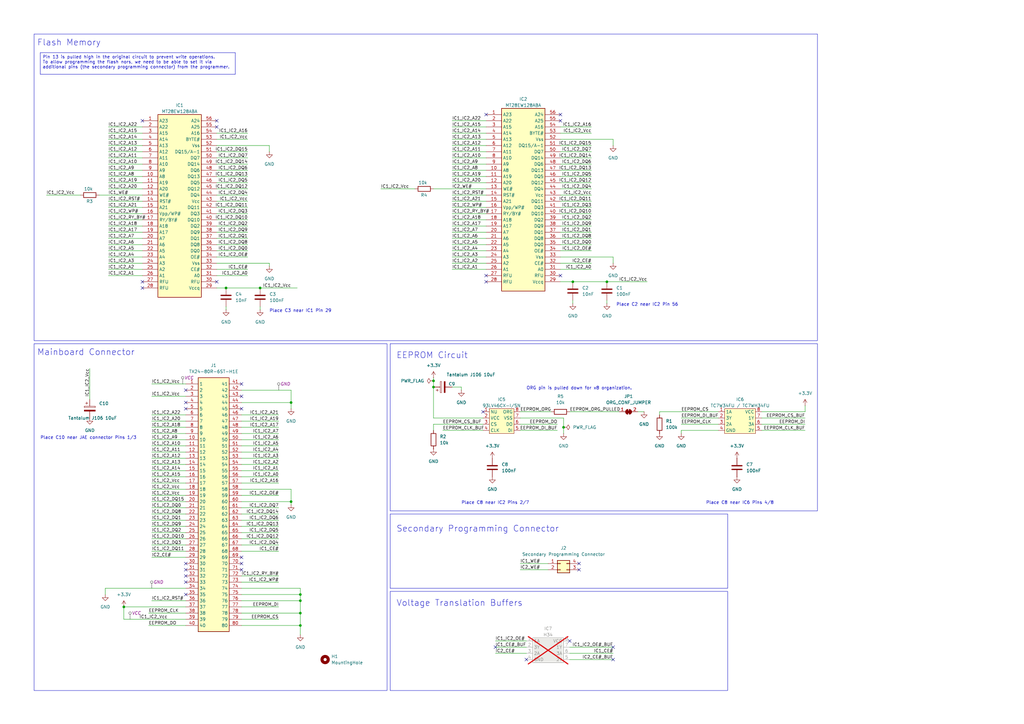
<source format=kicad_sch>
(kicad_sch (version 20231120) (generator "eeschema") (generator_version "8.0")
  (paper "A3")
  (title_block (title "SRX Clone Card") (date "2023-12-02") (rev "0.1"))
  (lib_symbols
    (symbol "Connector_Generic:Conn_02x02_Counter_Clockwise" (pin_names (offset 1.016) hide)
      (property "Reference" "J" (at 1.27 2.54 0))
      (property "Value" "Conn_02x02_Counter_Clockwise" (at 1.27 -5.08 0))
      (symbol "Conn_02x02_Counter_Clockwise_1_1"
        (pin passive line (at -5.08 0 0) (length 3.81) (name "Pin_1") (number "1"))
        (pin passive line (at -5.08 -2.54 0) (length 3.81) (name "Pin_2") (number "2"))
        (pin passive line (at 7.62 -2.54 180) (length 3.81) (name "Pin_3") (number "3"))
        (pin passive line (at 7.62 0 180) (length 3.81) (name "Pin_4") (number "4"))
      )
    )
    (symbol "Device:C" (pin_numbers hide) (pin_names (offset 0.254))
      (property "Reference" "C" (at 0.635 2.54 0))
      (property "Value" "C" (at 0.635 -2.54 0))
      (symbol "C_1_1"
        (pin passive line (at 0 3.81 270) (length 2.794) (name "~") (number "1"))
        (pin passive line (at 0 -3.81 90) (length 2.794) (name "~") (number "2"))
      )
    )
    (symbol "Device:C_Polarized" (pin_numbers hide) (pin_names (offset 0.254))
      (property "Reference" "C" (at 0.635 2.54 0))
      (property "Value" "C_Polarized" (at 0.635 -2.54 0))
      (symbol "C_Polarized_1_1"
        (pin passive line (at 0 3.81 270) (length 2.794) (name "~") (number "1"))
        (pin passive line (at 0 -3.81 90) (length 2.794) (name "~") (number "2"))
      )
    )
    (symbol "Device:R" (pin_numbers hide) (pin_names (offset 0))
      (property "Reference" "R" (at 2.032 0 90))
      (property "Value" "R" (at 0 0 90))
      (symbol "R_1_1"
        (pin passive line (at 0 3.81 270) (length 1.27) (name "~") (number "1"))
        (pin passive line (at 0 -3.81 90) (length 1.27) (name "~") (number "2"))
      )
    )
    (symbol "Jumper:SolderJumper_2_Bridged" (pin_names (offset 0) hide)
      (property "Reference" "JP" (at 0 2.032 0))
      (property "Value" "SolderJumper_2_Bridged" (at 0 -2.54 0))
      (symbol "SolderJumper_2_Bridged_1_1"
        (pin passive line (at -3.81 0 0) (length 2.54) (name "A") (number "1"))
        (pin passive line (at 3.81 0 180) (length 2.54) (name "B") (number "2"))
      )
    )
    (symbol "Mechanical:MountingHole" (pin_names (offset 1.016))
      (property "Reference" "H" (at 0 5.08 0))
      (property "Value" "MountingHole" (at 0 3.175 0))
    )
    (symbol "power:+3.3V" (power) (pin_numbers hide) (pin_names (offset 0) hide)
      (property "Value" "+3.3V" (at 0 3.556 0))
      (symbol "+3.3V_1_1"
        (pin power_in line (at 0 0 90) (length 0) (name "~") (number "1"))
      )
    )
    (symbol "power:GND" (power) (pin_numbers hide) (pin_names (offset 0) hide)
      (property "Value" "GND" (at 0 -3.81 0))
      (symbol "GND_1_1"
        (pin power_in line (at 0 0 270) (length 0) (name "~") (number "1"))
      )
    )
    (symbol "power:PWR_FLAG" (power) (pin_numbers hide) (pin_names (offset 0) hide)
      (property "Value" "PWR_FLAG" (at 0 3.81 0))
      (symbol "PWR_FLAG_0_0"
        (pin power_out line (at 0 0 90) (length 0) (name "~") (number "1"))
      )
    )
    (symbol "srx-extras:LC46-rotated-soic"
      (property "Reference" "U" (at 0 5.08 0))
      (symbol "LC46-rotated-soic_1_1"
        (pin input line (at -7.62 2.54 0) (length 2.54) (name "NU") (number "1"))
        (pin power_in line (at -7.62 0 0) (length 2.54) (name "VCC") (number "2"))
        (pin input line (at -7.62 -2.54 0) (length 2.54) (name "CS") (number "3"))
        (pin input line (at -7.62 -5.08 0) (length 2.54) (name "CLK") (number "4"))
        (pin input line (at 7.62 -5.08 180) (length 2.54) (name "DI") (number "5"))
        (pin output line (at 7.62 -2.54 180) (length 2.54) (name "DO") (number "6"))
        (pin power_in line (at 7.62 0 180) (length 2.54) (name "VSS") (number "7"))
        (pin input line (at 7.62 2.54 180) (length 2.54) (name "ORG") (number "8"))
      )
    )
    (symbol "srx-extras:MT28EW128ABA"
      (property "Reference" "U" (at 0 0 0))
      (symbol "MT28EW128ABA_1_1"
        (pin input line (at -15.24 21.59 0) (length 6.35) (name "A23") (number "1"))
        (pin input line (at -15.24 -1.27 0) (length 6.35) (name "A8") (number "10"))
        (pin input line (at -15.24 -3.81 0) (length 6.35) (name "A19") (number "11"))
        (pin input line (at -15.24 -6.35 0) (length 6.35) (name "A20") (number "12"))
        (pin input line (at -15.24 -8.89 0) (length 6.35) (name "WE#") (number "13"))
        (pin input line (at -15.24 -11.43 0) (length 6.35) (name "RST#") (number "14"))
        (pin input line (at -15.24 -13.97 0) (length 6.35) (name "A21") (number "15"))
        (pin input line (at -15.24 -16.51 0) (length 6.35) (name "Vpp/WP#") (number "16"))
        (pin input line (at -15.24 -19.05 0) (length 6.35) (name "RY/BY#") (number "17"))
        (pin input line (at -15.24 -21.59 0) (length 6.35) (name "A18") (number "18"))
        (pin input line (at -15.24 -24.13 0) (length 6.35) (name "A17") (number "19"))
        (pin input line (at -15.24 19.05 0) (length 6.35) (name "A22") (number "2"))
        (pin input line (at -15.24 -26.67 0) (length 6.35) (name "A7") (number "20"))
        (pin input line (at -15.24 -29.21 0) (length 6.35) (name "A6") (number "21"))
        (pin input line (at -15.24 -31.75 0) (length 6.35) (name "A5") (number "22"))
        (pin input line (at -15.24 -34.29 0) (length 6.35) (name "A4") (number "23"))
        (pin input line (at -15.24 -36.83 0) (length 6.35) (name "A3") (number "24"))
        (pin input line (at -15.24 -39.37 0) (length 6.35) (name "A2") (number "25"))
        (pin input line (at -15.24 -41.91 0) (length 6.35) (name "A1") (number "26"))
        (pin input line (at -15.24 -44.45 0) (length 6.35) (name "RFU") (number "27"))
        (pin input line (at -15.24 -46.99 0) (length 6.35) (name "RFU") (number "28"))
        (pin power_in line (at 15.24 -46.99 180) (length 6.35) (name "Vccq") (number "29"))
        (pin input line (at -15.24 16.51 0) (length 6.35) (name "A15") (number "3"))
        (pin input line (at 15.24 -44.45 180) (length 6.35) (name "RFU") (number "30"))
        (pin input line (at 15.24 -41.91 180) (length 6.35) (name "A0") (number "31"))
        (pin input line (at 15.24 -39.37 180) (length 6.35) (name "CE#") (number "32"))
        (pin power_in line (at 15.24 -36.83 180) (length 6.35) (name "Vss") (number "33"))
        (pin input line (at 15.24 -34.29 180) (length 6.35) (name "OE#") (number "34"))
        (pin bidirectional line (at 15.24 -31.75 180) (length 6.35) (name "DQ0") (number "35"))
        (pin bidirectional line (at 15.24 -29.21 180) (length 6.35) (name "DQ8") (number "36"))
        (pin bidirectional line (at 15.24 -26.67 180) (length 6.35) (name "DQ1") (number "37"))
        (pin bidirectional line (at 15.24 -24.13 180) (length 6.35) (name "DQ9") (number "38"))
        (pin bidirectional line (at 15.24 -21.59 180) (length 6.35) (name "DQ2") (number "39"))
        (pin input line (at -15.24 13.97 0) (length 6.35) (name "A14") (number "4"))
        (pin bidirectional line (at 15.24 -19.05 180) (length 6.35) (name "DQ10") (number "40"))
        (pin bidirectional line (at 15.24 -16.51 180) (length 6.35) (name "DQ3") (number "41"))
        (pin bidirectional line (at 15.24 -13.97 180) (length 6.35) (name "DQ11") (number "42"))
        (pin power_in line (at 15.24 -11.43 180) (length 6.35) (name "Vcc") (number "43"))
        (pin bidirectional line (at 15.24 -8.89 180) (length 6.35) (name "DQ4") (number "44"))
        (pin bidirectional line (at 15.24 -6.35 180) (length 6.35) (name "DQ12") (number "45"))
        (pin bidirectional line (at 15.24 -3.81 180) (length 6.35) (name "DQ5") (number "46"))
        (pin bidirectional line (at 15.24 -1.27 180) (length 6.35) (name "DQ13") (number "47"))
        (pin bidirectional line (at 15.24 1.27 180) (length 6.35) (name "DQ6") (number "48"))
        (pin bidirectional line (at 15.24 3.81 180) (length 6.35) (name "DQ14") (number "49"))
        (pin input line (at -15.24 11.43 0) (length 6.35) (name "A13") (number "5"))
        (pin bidirectional line (at 15.24 6.35 180) (length 6.35) (name "DQ7") (number "50"))
        (pin bidirectional line (at 15.24 8.89 180) (length 6.35) (name "DQ15/A-1") (number "51"))
        (pin power_in line (at 15.24 11.43 180) (length 6.35) (name "Vss") (number "52"))
        (pin input line (at 15.24 13.97 180) (length 6.35) (name "BYTE#") (number "53"))
        (pin input line (at 15.24 16.51 180) (length 6.35) (name "A16") (number "54"))
        (pin input line (at 15.24 19.05 180) (length 6.35) (name "A25") (number "55"))
        (pin input line (at 15.24 21.59 180) (length 6.35) (name "A24") (number "56"))
        (pin input line (at -15.24 8.89 0) (length 6.35) (name "A12") (number "6"))
        (pin input line (at -15.24 6.35 0) (length 6.35) (name "A11") (number "7"))
        (pin input line (at -15.24 3.81 0) (length 6.35) (name "A10") (number "8"))
        (pin input line (at -15.24 1.27 0) (length 6.35) (name "A9") (number "9"))
      )
    )
    (symbol "srx-extras:TC7W34FU"
      (property "Reference" "U" (at 0 5.08 0))
      (symbol "TC7W34FU_1_1"
        (pin input line (at -8.89 2.54 0) (length 2.54) (name "1A") (number "1"))
        (pin output line (at -8.89 0 0) (length 2.54) (name "3Y") (number "2"))
        (pin input line (at -8.89 -2.54 0) (length 2.54) (name "2A") (number "3"))
        (pin power_in line (at -8.89 -5.08 0) (length 2.54) (name "GND") (number "4"))
        (pin output line (at 8.89 -5.08 180) (length 2.54) (name "2Y") (number "5"))
        (pin input line (at 8.89 -2.54 180) (length 2.54) (name "3A") (number "6"))
        (pin output line (at 8.89 0 180) (length 2.54) (name "1Y") (number "7"))
        (pin power_in line (at 8.89 2.54 180) (length 2.54) (name "VCC") (number "8"))
      )
    )
    (symbol "srx-extras:TX24-80R-6ST-H1E"
      (property "Reference" "J" (at 19.05 7.62 0))
      (property "Value" "TX24-80R-6ST-H1E" (at 19.05 5.08 0))
      (symbol "TX24-80R-6ST-H1E_1_1"
        (pin passive line (at 0 0 0) (length 5.08) (name "1") (number "1"))
        (pin passive line (at 0 -22.86 0) (length 5.08) (name "10") (number "10"))
        (pin passive line (at 0 -25.4 0) (length 5.08) (name "11") (number "11"))
        (pin passive line (at 0 -27.94 0) (length 5.08) (name "12") (number "12"))
        (pin passive line (at 0 -30.48 0) (length 5.08) (name "13") (number "13"))
        (pin passive line (at 0 -33.02 0) (length 5.08) (name "14") (number "14"))
        (pin passive line (at 0 -35.56 0) (length 5.08) (name "15") (number "15"))
        (pin passive line (at 0 -38.1 0) (length 5.08) (name "16") (number "16"))
        (pin passive line (at 0 -40.64 0) (length 5.08) (name "17") (number "17"))
        (pin passive line (at 0 -43.18 0) (length 5.08) (name "18") (number "18"))
        (pin passive line (at 0 -45.72 0) (length 5.08) (name "19") (number "19"))
        (pin passive line (at 0 -2.54 0) (length 5.08) (name "2") (number "2"))
        (pin passive line (at 0 -48.26 0) (length 5.08) (name "20") (number "20"))
        (pin passive line (at 0 -50.8 0) (length 5.08) (name "21") (number "21"))
        (pin passive line (at 0 -53.34 0) (length 5.08) (name "22") (number "22"))
        (pin passive line (at 0 -55.88 0) (length 5.08) (name "23") (number "23"))
        (pin passive line (at 0 -58.42 0) (length 5.08) (name "24") (number "24"))
        (pin passive line (at 0 -60.96 0) (length 5.08) (name "25") (number "25"))
        (pin passive line (at 0 -63.5 0) (length 5.08) (name "26") (number "26"))
        (pin passive line (at 0 -66.04 0) (length 5.08) (name "27") (number "27"))
        (pin passive line (at 0 -68.58 0) (length 5.08) (name "28") (number "28"))
        (pin passive line (at 0 -71.12 0) (length 5.08) (name "29") (number "29"))
        (pin passive line (at 0 -5.08 0) (length 5.08) (name "3") (number "3"))
        (pin passive line (at 0 -73.66 0) (length 5.08) (name "30") (number "30"))
        (pin passive line (at 0 -76.2 0) (length 5.08) (name "31") (number "31"))
        (pin passive line (at 0 -78.74 0) (length 5.08) (name "32") (number "32"))
        (pin passive line (at 0 -81.28 0) (length 5.08) (name "33") (number "33"))
        (pin passive line (at 0 -83.82 0) (length 5.08) (name "34") (number "34"))
        (pin passive line (at 0 -86.36 0) (length 5.08) (name "35") (number "35"))
        (pin passive line (at 0 -88.9 0) (length 5.08) (name "36") (number "36"))
        (pin passive line (at 0 -91.44 0) (length 5.08) (name "37") (number "37"))
        (pin passive line (at 0 -93.98 0) (length 5.08) (name "38") (number "38"))
        (pin passive line (at 0 -96.52 0) (length 5.08) (name "39") (number "39"))
        (pin passive line (at 0 -7.62 0) (length 5.08) (name "4") (number "4"))
        (pin passive line (at 0 -99.06 0) (length 5.08) (name "40") (number "40"))
        (pin passive line (at 22.86 0 180) (length 5.08) (name "41") (number "41"))
        (pin passive line (at 22.86 -2.54 180) (length 5.08) (name "42") (number "42"))
        (pin passive line (at 22.86 -5.08 180) (length 5.08) (name "43") (number "43"))
        (pin passive line (at 22.86 -7.62 180) (length 5.08) (name "44") (number "44"))
        (pin passive line (at 22.86 -10.16 180) (length 5.08) (name "45") (number "45"))
        (pin passive line (at 22.86 -12.7 180) (length 5.08) (name "46") (number "46"))
        (pin passive line (at 22.86 -15.24 180) (length 5.08) (name "47") (number "47"))
        (pin passive line (at 22.86 -17.78 180) (length 5.08) (name "48") (number "48"))
        (pin passive line (at 22.86 -20.32 180) (length 5.08) (name "49") (number "49"))
        (pin passive line (at 0 -10.16 0) (length 5.08) (name "5") (number "5"))
        (pin passive line (at 22.86 -22.86 180) (length 5.08) (name "50") (number "50"))
        (pin passive line (at 22.86 -25.4 180) (length 5.08) (name "51") (number "51"))
        (pin passive line (at 22.86 -27.94 180) (length 5.08) (name "52") (number "52"))
        (pin passive line (at 22.86 -30.48 180) (length 5.08) (name "53") (number "53"))
        (pin passive line (at 22.86 -33.02 180) (length 5.08) (name "54") (number "54"))
        (pin passive line (at 22.86 -35.56 180) (length 5.08) (name "55") (number "55"))
        (pin passive line (at 22.86 -38.1 180) (length 5.08) (name "56") (number "56"))
        (pin passive line (at 22.86 -40.64 180) (length 5.08) (name "57") (number "57"))
        (pin passive line (at 22.86 -43.18 180) (length 5.08) (name "58") (number "58"))
        (pin passive line (at 22.86 -45.72 180) (length 5.08) (name "59") (number "59"))
        (pin passive line (at 0 -12.7 0) (length 5.08) (name "6") (number "6"))
        (pin passive line (at 22.86 -48.26 180) (length 5.08) (name "60") (number "60"))
        (pin passive line (at 22.86 -50.8 180) (length 5.08) (name "61") (number "61"))
        (pin passive line (at 22.86 -53.34 180) (length 5.08) (name "62") (number "62"))
        (pin passive line (at 22.86 -55.88 180) (length 5.08) (name "63") (number "63"))
        (pin passive line (at 22.86 -58.42 180) (length 5.08) (name "64") (number "64"))
        (pin passive line (at 22.86 -60.96 180) (length 5.08) (name "65") (number "65"))
        (pin passive line (at 22.86 -63.5 180) (length 5.08) (name "66") (number "66"))
        (pin passive line (at 22.86 -66.04 180) (length 5.08) (name "67") (number "67"))
        (pin passive line (at 22.86 -68.58 180) (length 5.08) (name "68") (number "68"))
        (pin passive line (at 22.86 -71.12 180) (length 5.08) (name "69") (number "69"))
        (pin passive line (at 0 -15.24 0) (length 5.08) (name "7") (number "7"))
        (pin passive line (at 22.86 -73.66 180) (length 5.08) (name "70") (number "70"))
        (pin passive line (at 22.86 -76.2 180) (length 5.08) (name "71") (number "71"))
        (pin passive line (at 22.86 -78.74 180) (length 5.08) (name "72") (number "72"))
        (pin passive line (at 22.86 -81.28 180) (length 5.08) (name "73") (number "73"))
        (pin passive line (at 22.86 -83.82 180) (length 5.08) (name "74") (number "74"))
        (pin passive line (at 22.86 -86.36 180) (length 5.08) (name "75") (number "75"))
        (pin passive line (at 22.86 -88.9 180) (length 5.08) (name "76") (number "76"))
        (pin passive line (at 22.86 -91.44 180) (length 5.08) (name "77") (number "77"))
        (pin passive line (at 22.86 -93.98 180) (length 5.08) (name "78") (number "78"))
        (pin passive line (at 22.86 -96.52 180) (length 5.08) (name "79") (number "79"))
        (pin passive line (at 0 -17.78 0) (length 5.08) (name "8") (number "8"))
        (pin passive line (at 22.86 -99.06 180) (length 5.08) (name "80") (number "80"))
        (pin passive line (at 0 -20.32 0) (length 5.08) (name "9") (number "9"))
      )
    )
  )
  (junction (at 123.19 243.84))
  (junction (at 177.8 156.21))
  (junction (at 177.8 158.75))
  (junction (at 248.92 115.57))
  (junction (at 234.95 115.57))
  (junction (at 92.71 118.11))
  (junction (at 50.8 248.92))
  (junction (at 106.68 118.11))
  (junction (at 231.14 175.26))
  (junction (at 123.19 251.46))
  (junction (at 123.19 256.54))
  (junction (at 119.38 165.1))
  (junction (at 119.38 205.74))
  (junction (at 123.19 246.38))
  (no_connect (at 88.9 49.53))
  (no_connect (at 76.2 238.76))
  (no_connect (at 251.46 265.43))
  (no_connect (at 99.06 162.56))
  (no_connect (at 76.2 165.1))
  (no_connect (at 88.9 115.57))
  (no_connect (at 76.2 243.84))
  (no_connect (at 76.2 233.68))
  (no_connect (at 99.06 231.14))
  (no_connect (at 203.2 265.43))
  (no_connect (at 76.2 167.64))
  (no_connect (at 58.42 115.57))
  (no_connect (at 76.2 236.22))
  (no_connect (at 99.06 167.64))
  (no_connect (at 229.87 46.99))
  (no_connect (at 229.87 113.03))
  (no_connect (at 76.2 231.14))
  (no_connect (at 58.42 49.53))
  (no_connect (at 199.39 113.03))
  (no_connect (at 199.39 46.99))
  (no_connect (at 199.39 115.57))
  (no_connect (at 99.06 233.68))
  (no_connect (at 99.06 157.48))
  (no_connect (at 76.2 160.02))
  (no_connect (at 251.46 270.51))
  (no_connect (at 198.12 168.91))
  (no_connect (at 99.06 228.6))
  (no_connect (at 237.49 233.68))
  (no_connect (at 229.87 49.53))
  (no_connect (at 233.68 262.89))
  (no_connect (at 237.49 231.14))
  (no_connect (at 58.42 118.11))
  (no_connect (at 88.9 52.07))
  (no_connect (at 215.9 270.51))
  (wire (pts (xy 229.87 74.93) (xy 242.57 74.93)))
  (wire (pts (xy 62.23 177.8) (xy 76.2 177.8)))
  (wire (pts (xy 229.87 87.63) (xy 242.57 87.63)))
  (wire (pts (xy 213.36 231.14) (xy 224.79 231.14)))
  (wire (pts (xy 92.71 125.73) (xy 92.71 127)))
  (wire (pts (xy 185.42 90.17) (xy 199.39 90.17)))
  (wire (pts (xy 62.23 226.06) (xy 76.2 226.06)))
  (wire (pts (xy 44.45 57.15) (xy 58.42 57.15)))
  (wire (pts (xy 62.23 198.12) (xy 76.2 198.12)))
  (wire (pts (xy 99.06 193.04) (xy 114.3 193.04)))
  (wire (pts (xy 88.9 85.09) (xy 101.6 85.09)))
  (wire (pts (xy 185.42 49.53) (xy 199.39 49.53)))
  (wire (pts (xy 185.42 64.77) (xy 199.39 64.77)))
  (wire (pts (xy 185.42 82.55) (xy 199.39 82.55)))
  (wire (pts (xy 185.42 54.61) (xy 199.39 54.61)))
  (wire (pts (xy 99.06 256.54) (xy 123.19 256.54)))
  (wire (pts (xy 229.87 102.87) (xy 242.57 102.87)))
  (wire (pts (xy 88.9 69.85) (xy 101.6 69.85)))
  (wire (pts (xy 44.45 110.49) (xy 58.42 110.49)))
  (wire (pts (xy 99.06 205.74) (xy 119.38 205.74)))
  (wire (pts (xy 99.06 198.12) (xy 114.3 198.12)))
  (wire (pts (xy 312.42 176.53) (xy 330.2 176.53)))
  (wire (pts (xy 99.06 213.36) (xy 114.3 213.36)))
  (wire (pts (xy 156.21 77.47) (xy 170.18 77.47)))
  (wire (pts (xy 99.06 180.34) (xy 114.3 180.34)))
  (wire (pts (xy 185.42 62.23) (xy 199.39 62.23)))
  (wire (pts (xy 99.06 175.26) (xy 114.3 175.26)))
  (wire (pts (xy 229.87 64.77) (xy 242.57 64.77)))
  (wire (pts (xy 88.9 102.87) (xy 101.6 102.87)))
  (wire (pts (xy 213.36 171.45) (xy 231.14 171.45)))
  (wire (pts (xy 99.06 195.58) (xy 114.3 195.58)))
  (wire (pts (xy 185.42 92.71) (xy 199.39 92.71)))
  (wire (pts (xy 181.61 176.53) (xy 198.12 176.53)))
  (wire (pts (xy 279.4 171.45) (xy 294.64 171.45)))
  (wire (pts (xy 62.23 172.72) (xy 76.2 172.72)))
  (wire (pts (xy 185.42 85.09) (xy 199.39 85.09)))
  (wire (pts (xy 229.87 69.85) (xy 242.57 69.85)))
  (wire (pts (xy 189.23 158.75) (xy 185.42 158.75)))
  (wire (pts (xy 62.23 213.36) (xy 76.2 213.36)))
  (wire (pts (xy 99.06 248.92) (xy 114.3 248.92)))
  (wire (pts (xy 62.23 220.98) (xy 76.2 220.98)))
  (wire (pts (xy 99.06 215.9) (xy 114.3 215.9)))
  (wire (pts (xy 19.05 80.01) (xy 33.02 80.01)))
  (wire (pts (xy 99.06 246.38) (xy 123.19 246.38)))
  (wire (pts (xy 62.23 182.88) (xy 76.2 182.88)))
  (wire (pts (xy 88.9 77.47) (xy 101.6 77.47)))
  (wire (pts (xy 185.42 95.25) (xy 199.39 95.25)))
  (wire (pts (xy 99.06 203.2) (xy 114.3 203.2)))
  (wire (pts (xy 88.9 105.41) (xy 101.6 105.41)))
  (wire (pts (xy 233.68 265.43) (xy 251.46 265.43)))
  (wire (pts (xy 44.45 67.31) (xy 58.42 67.31)))
  (wire (pts (xy 36.83 151.13) (xy 36.83 163.83)))
  (wire (pts (xy 88.9 92.71) (xy 101.6 92.71)))
  (wire (pts (xy 88.9 67.31) (xy 101.6 67.31)))
  (wire (pts (xy 99.06 177.8) (xy 114.3 177.8)))
  (wire (pts (xy 88.9 72.39) (xy 101.6 72.39)))
  (wire (pts (xy 62.23 185.42) (xy 76.2 185.42)))
  (wire (pts (xy 119.38 160.02) (xy 119.38 165.1)))
  (wire (pts (xy 312.42 173.99) (xy 330.2 173.99)))
  (wire (pts (xy 229.87 52.07) (xy 242.57 52.07)))
  (wire (pts (xy 99.06 208.28) (xy 114.3 208.28)))
  (wire (pts (xy 251.46 57.15) (xy 251.46 59.69)))
  (wire (pts (xy 229.87 97.79) (xy 242.57 97.79)))
  (wire (pts (xy 233.68 270.51) (xy 251.46 270.51)))
  (wire (pts (xy 62.23 190.5) (xy 76.2 190.5)))
  (wire (pts (xy 185.42 52.07) (xy 199.39 52.07)))
  (wire (pts (xy 62.23 157.48) (xy 76.2 157.48)))
  (wire (pts (xy 88.9 110.49) (xy 101.6 110.49)))
  (wire (pts (xy 229.87 92.71) (xy 242.57 92.71)))
  (wire (pts (xy 88.9 95.25) (xy 101.6 95.25)))
  (wire (pts (xy 119.38 200.66) (xy 119.38 205.74)))
  (wire (pts (xy 198.12 171.45) (xy 177.8 171.45)))
  (wire (pts (xy 279.4 173.99) (xy 294.64 173.99)))
  (wire (pts (xy 203.2 265.43) (xy 215.9 265.43)))
  (wire (pts (xy 119.38 165.1) (xy 119.38 167.64)))
  (wire (pts (xy 294.64 176.53) (xy 279.4 176.53)))
  (wire (pts (xy 99.06 182.88) (xy 114.3 182.88)))
  (wire (pts (xy 44.45 100.33) (xy 58.42 100.33)))
  (wire (pts (xy 88.9 97.79) (xy 101.6 97.79)))
  (wire (pts (xy 88.9 100.33) (xy 101.6 100.33)))
  (wire (pts (xy 185.42 80.01) (xy 199.39 80.01)))
  (wire (pts (xy 177.8 173.99) (xy 198.12 173.99)))
  (wire (pts (xy 44.45 87.63) (xy 58.42 87.63)))
  (wire (pts (xy 213.36 173.99) (xy 228.6 173.99)))
  (wire (pts (xy 177.8 156.21) (xy 177.8 158.75)))
  (wire (pts (xy 229.87 82.55) (xy 242.57 82.55)))
  (wire (pts (xy 261.62 168.91) (xy 264.16 168.91)))
  (wire (pts (xy 123.19 256.54) (xy 123.19 260.35)))
  (wire (pts (xy 99.06 223.52) (xy 114.3 223.52)))
  (wire (pts (xy 234.95 115.57) (xy 248.92 115.57)))
  (wire (pts (xy 123.19 243.84) (xy 123.19 246.38)))
  (wire (pts (xy 44.45 97.79) (xy 58.42 97.79)))
  (wire (pts (xy 213.36 233.68) (xy 224.79 233.68)))
  (wire (pts (xy 88.9 74.93) (xy 101.6 74.93)))
  (wire (pts (xy 229.87 107.95) (xy 242.57 107.95)))
  (wire (pts (xy 123.19 251.46) (xy 123.19 256.54)))
  (wire (pts (xy 43.18 241.3) (xy 76.2 241.3)))
  (wire (pts (xy 99.06 226.06) (xy 114.3 226.06)))
  (wire (pts (xy 62.23 203.2) (xy 76.2 203.2)))
  (wire (pts (xy 177.8 77.47) (xy 199.39 77.47)))
  (wire (pts (xy 185.42 87.63) (xy 199.39 87.63)))
  (wire (pts (xy 88.9 107.95) (xy 110.49 107.95)))
  (wire (pts (xy 99.06 165.1) (xy 119.38 165.1)))
  (wire (pts (xy 44.45 59.69) (xy 58.42 59.69)))
  (wire (pts (xy 44.45 95.25) (xy 58.42 95.25)))
  (wire (pts (xy 185.42 59.69) (xy 199.39 59.69)))
  (wire (pts (xy 62.23 193.04) (xy 76.2 193.04)))
  (wire (pts (xy 44.45 102.87) (xy 58.42 102.87)))
  (wire (pts (xy 62.23 208.28) (xy 76.2 208.28)))
  (wire (pts (xy 185.42 67.31) (xy 199.39 67.31)))
  (wire (pts (xy 203.2 262.89) (xy 215.9 262.89)))
  (wire (pts (xy 213.36 176.53) (xy 228.6 176.53)))
  (wire (pts (xy 88.9 113.03) (xy 101.6 113.03)))
  (wire (pts (xy 62.23 246.38) (xy 76.2 246.38)))
  (wire (pts (xy 185.42 102.87) (xy 199.39 102.87)))
  (wire (pts (xy 229.87 80.01) (xy 242.57 80.01)))
  (wire (pts (xy 99.06 254) (xy 114.3 254)))
  (wire (pts (xy 213.36 168.91) (xy 226.06 168.91)))
  (wire (pts (xy 88.9 57.15) (xy 101.6 57.15)))
  (wire (pts (xy 185.42 72.39) (xy 199.39 72.39)))
  (wire (pts (xy 62.23 187.96) (xy 76.2 187.96)))
  (wire (pts (xy 229.87 67.31) (xy 242.57 67.31)))
  (wire (pts (xy 44.45 105.41) (xy 58.42 105.41)))
  (wire (pts (xy 312.42 171.45) (xy 330.2 171.45)))
  (wire (pts (xy 88.9 82.55) (xy 101.6 82.55)))
  (wire (pts (xy 99.06 170.18) (xy 114.3 170.18)))
  (wire (pts (xy 44.45 62.23) (xy 58.42 62.23)))
  (wire (pts (xy 44.45 92.71) (xy 58.42 92.71)))
  (wire (pts (xy 99.06 210.82) (xy 114.3 210.82)))
  (wire (pts (xy 229.87 115.57) (xy 234.95 115.57)))
  (wire (pts (xy 88.9 80.01) (xy 101.6 80.01)))
  (wire (pts (xy 110.49 59.69) (xy 110.49 62.23)))
  (wire (pts (xy 185.42 107.95) (xy 199.39 107.95)))
  (wire (pts (xy 62.23 195.58) (xy 76.2 195.58)))
  (wire (pts (xy 99.06 220.98) (xy 114.3 220.98)))
  (wire (pts (xy 330.2 168.91) (xy 330.2 166.37)))
  (wire (pts (xy 185.42 110.49) (xy 199.39 110.49)))
  (wire (pts (xy 44.45 54.61) (xy 58.42 54.61)))
  (wire (pts (xy 177.8 158.75) (xy 177.8 171.45)))
  (wire (pts (xy 44.45 74.93) (xy 58.42 74.93)))
  (wire (pts (xy 177.8 154.94) (xy 177.8 156.21)))
  (wire (pts (xy 60.96 256.54) (xy 76.2 256.54)))
  (wire (pts (xy 233.68 168.91) (xy 254 168.91)))
  (wire (pts (xy 119.38 205.74) (xy 119.38 207.01)))
  (wire (pts (xy 229.87 62.23) (xy 242.57 62.23)))
  (wire (pts (xy 99.06 187.96) (xy 114.3 187.96)))
  (wire (pts (xy 231.14 175.26) (xy 231.14 177.8)))
  (wire (pts (xy 229.87 85.09) (xy 242.57 85.09)))
  (wire (pts (xy 44.45 113.03) (xy 58.42 113.03)))
  (wire (pts (xy 99.06 236.22) (xy 114.3 236.22)))
  (wire (pts (xy 62.23 215.9) (xy 76.2 215.9)))
  (wire (pts (xy 99.06 190.5) (xy 114.3 190.5)))
  (wire (pts (xy 229.87 100.33) (xy 242.57 100.33)))
  (wire (pts (xy 99.06 185.42) (xy 114.3 185.42)))
  (wire (pts (xy 233.68 267.97) (xy 251.46 267.97)))
  (wire (pts (xy 251.46 105.41) (xy 251.46 107.95)))
  (wire (pts (xy 62.23 200.66) (xy 76.2 200.66)))
  (wire (pts (xy 88.9 90.17) (xy 101.6 90.17)))
  (wire (pts (xy 203.2 267.97) (xy 215.9 267.97)))
  (wire (pts (xy 88.9 59.69) (xy 110.49 59.69)))
  (wire (pts (xy 62.23 218.44) (xy 76.2 218.44)))
  (wire (pts (xy 189.23 160.02) (xy 189.23 158.75)))
  (wire (pts (xy 99.06 243.84) (xy 123.19 243.84)))
  (wire (pts (xy 62.23 223.52) (xy 76.2 223.52)))
  (wire (pts (xy 88.9 87.63) (xy 101.6 87.63)))
  (wire (pts (xy 44.45 52.07) (xy 58.42 52.07)))
  (wire (pts (xy 44.45 107.95) (xy 58.42 107.95)))
  (wire (pts (xy 92.71 118.11) (xy 106.68 118.11)))
  (wire (pts (xy 231.14 171.45) (xy 231.14 175.26)))
  (wire (pts (xy 44.45 82.55) (xy 58.42 82.55)))
  (wire (pts (xy 88.9 62.23) (xy 101.6 62.23)))
  (wire (pts (xy 44.45 64.77) (xy 58.42 64.77)))
  (wire (pts (xy 106.68 125.73) (xy 106.68 127)))
  (wire (pts (xy 99.06 251.46) (xy 123.19 251.46)))
  (wire (pts (xy 62.23 228.6) (xy 76.2 228.6)))
  (wire (pts (xy 229.87 77.47) (xy 242.57 77.47)))
  (wire (pts (xy 110.49 107.95) (xy 110.49 109.22)))
  (wire (pts (xy 44.45 85.09) (xy 58.42 85.09)))
  (wire (pts (xy 62.23 180.34) (xy 76.2 180.34)))
  (wire (pts (xy 106.68 118.11) (xy 121.92 118.11)))
  (wire (pts (xy 123.19 241.3) (xy 123.19 243.84)))
  (wire (pts (xy 62.23 175.26) (xy 76.2 175.26)))
  (wire (pts (xy 229.87 95.25) (xy 242.57 95.25)))
  (wire (pts (xy 229.87 57.15) (xy 251.46 57.15)))
  (wire (pts (xy 88.9 54.61) (xy 101.6 54.61)))
  (wire (pts (xy 50.8 248.92) (xy 50.8 254)))
  (wire (pts (xy 44.45 72.39) (xy 58.42 72.39)))
  (wire (pts (xy 62.23 205.74) (xy 76.2 205.74)))
  (wire (pts (xy 185.42 100.33) (xy 199.39 100.33)))
  (wire (pts (xy 60.96 251.46) (xy 76.2 251.46)))
  (wire (pts (xy 229.87 90.17) (xy 242.57 90.17)))
  (wire (pts (xy 229.87 54.61) (xy 242.57 54.61)))
  (wire (pts (xy 50.8 254) (xy 76.2 254)))
  (wire (pts (xy 229.87 110.49) (xy 242.57 110.49)))
  (wire (pts (xy 248.92 115.57) (xy 265.43 115.57)))
  (wire (pts (xy 88.9 118.11) (xy 92.71 118.11)))
  (wire (pts (xy 177.8 173.99) (xy 177.8 176.53)))
  (wire (pts (xy 185.42 105.41) (xy 199.39 105.41)))
  (wire (pts (xy 229.87 105.41) (xy 251.46 105.41)))
  (wire (pts (xy 62.23 162.56) (xy 76.2 162.56)))
  (wire (pts (xy 229.87 59.69) (xy 242.57 59.69)))
  (wire (pts (xy 99.06 238.76) (xy 114.3 238.76)))
  (wire (pts (xy 270.51 168.91) (xy 294.64 168.91)))
  (wire (pts (xy 99.06 218.44) (xy 114.3 218.44)))
  (wire (pts (xy 248.92 123.19) (xy 248.92 124.46)))
  (wire (pts (xy 123.19 246.38) (xy 123.19 251.46)))
  (wire (pts (xy 50.8 248.92) (xy 76.2 248.92)))
  (wire (pts (xy 279.4 176.53) (xy 279.4 177.8)))
  (wire (pts (xy 43.18 241.3) (xy 43.18 243.84)))
  (wire (pts (xy 99.06 160.02) (xy 119.38 160.02)))
  (wire (pts (xy 62.23 170.18) (xy 76.2 170.18)))
  (wire (pts (xy 44.45 69.85) (xy 58.42 69.85)))
  (wire (pts (xy 185.42 97.79) (xy 199.39 97.79)))
  (wire (pts (xy 312.42 168.91) (xy 330.2 168.91)))
  (wire (pts (xy 44.45 77.47) (xy 58.42 77.47)))
  (wire (pts (xy 185.42 69.85) (xy 199.39 69.85)))
  (wire (pts (xy 88.9 64.77) (xy 101.6 64.77)))
  (wire (pts (xy 62.23 210.82) (xy 76.2 210.82)))
  (wire (pts (xy 40.64 80.01) (xy 58.42 80.01)))
  (wire (pts (xy 185.42 57.15) (xy 199.39 57.15)))
  (wire (pts (xy 229.87 72.39) (xy 242.57 72.39)))
  (wire (pts (xy 99.06 241.3) (xy 123.19 241.3)))
  (wire (pts (xy 99.06 172.72) (xy 114.3 172.72)))
  (wire (pts (xy 185.42 74.93) (xy 199.39 74.93)))
  (wire (pts (xy 234.95 123.19) (xy 234.95 124.46)))
  (wire (pts (xy 44.45 90.17) (xy 58.42 90.17)))
  (wire (pts (xy 99.06 200.66) (xy 119.38 200.66)))
  (wire (pts (xy 270.51 168.91) (xy 270.51 170.18)))
  (rectangle (start 160.02 140.97) (end 335.28 209.55))
  (rectangle (start 13.97 140.97) (end 158.75 283.21))
  (rectangle (start 160.02 242.57) (end 298.45 283.21))
  (rectangle (start 160.02 210.82) (end 298.45 241.3))
  (rectangle (start 13.97 13.97) (end 335.28 139.7))
  (text_box "Pin 13 is pulled high in the original circuit to prevent write operations. \nTo allow programming the flash nors, we need to be able to set it via \nadditional pins (the secondary programming connector) from the programmer." (at 16.51 21.59 0) (size 80.01 8.89) (effects (font (size 1.27 1.27)) (justify left top)))
  (text "Flash Memory" (at 15.24 19.05 0) (effects (font (size 2.5 2.5)) (justify left bottom)))
  (text "Place C3 near IC1 Pin 29" (at 110.49 128.27 0) (effects (font (size 1.27 1.27)) (justify left bottom)))
  (text "Place C10 near JAE connector Pins 1/3" (at 16.51 180.34 0) (effects (font (size 1.27 1.27)) (justify left bottom)))
  (text "Place C2 near IC2 Pin 56" (at 252.73 125.73 0) (effects (font (size 1.27 1.27)) (justify left bottom)))
  (text "ORG pin is pulled down for x8 organization." (at 215.9 160.02 0) (effects (font (size 1.27 1.27)) (justify left bottom)))
  (text "Voltage Translation Buffers" (at 162.56 248.92 0) (effects (font (size 2.5 2.5)) (justify left bottom)))
  (text "EEPROM Circuit" (at 162.56 147.32 0) (effects (font (size 2.5 2.5)) (justify left bottom)))
  (text "Place C8 near IC6 Pins 4/8" (at 289.56 207.01 0) (effects (font (size 1.27 1.27)) (justify left bottom)))
  (text "Place C8 near IC2 Pins 2/7" (at 189.23 207.01 0) (effects (font (size 1.27 1.27)) (justify left bottom)))
  (text "Secondary Programming Connector" (at 162.56 218.44 0) (effects (font (size 2.5 2.5)) (justify left bottom)))
  (text "Mainboard Connector" (at 15.24 146.05 0) (effects (font (size 2.5 2.5)) (justify left bottom)))
  (label "IC1_IC2_A9" (at 62.23 180.34 0))
  (label "IC1_IC2_DQ15" (at 242.57 59.69 180))
  (label "IC1_IC2_A5" (at 114.3 182.88 180))
  (label "IC2_WE#" (at 185.42 77.47 0))
  (label "IC1_IC2_DQ12" (at 114.3 220.98 180))
  (label "IC1_IC2_A11" (at 44.45 64.77 0))
  (label "IC1_IC2_Vcc" (at 62.23 157.48 0))
  (label "IC1_IC2_A20" (at 185.42 74.93 0))
  (label "IC1_IC2_DQ2" (at 101.6 92.71 180))
  (label "IC1_IC2_DQ10" (at 242.57 87.63 180))
  (label "IC1_IC2_A2" (at 185.42 107.95 0))
  (label "IC1_IC2_Vcc" (at 36.83 151.13 270))
  (label "IC1_IC2_DQ15" (at 101.6 62.23 180))
  (label "IC1_IC2_DQ5" (at 114.3 218.44 180))
  (label "IC1_IC2_Vcc" (at 57.15 254 0))
  (label "IC1_IC2_RY_BY#" (at 44.45 90.17 0))
  (label "IC1_IC2_DQ0" (at 242.57 100.33 180))
  (label "IC1_IC2_A22" (at 185.42 49.53 0))
  (label "IC1_IC2_DQ2" (at 62.23 218.44 0))
  (label "EEPROM_CS_BUF" (at 330.2 171.45 180))
  (label "IC1_CE#" (at 114.3 226.06 180))
  (label "IC1_IC2_A6" (at 114.3 180.34 180))
  (label "IC1_IC2_WP#" (at 185.42 85.09 0))
  (label "IC1_IC2_A15" (at 185.42 52.07 0))
  (label "IC1_CE#_BUF" (at 203.2 265.43 0))
  (label "IC1_IC2_A6" (at 44.45 100.33 0))
  (label "IC1_IC2_DQ12" (at 242.57 74.93 180))
  (label "IC1_IC2_A21" (at 114.3 170.18 180))
  (label "IC2_WE#" (at 213.36 233.68 0))
  (label "IC1_IC2_DQ4" (at 114.3 223.52 180))
  (label "EEPROM_CS" (at 279.4 168.91 0))
  (label "IC1_IC2_RST#" (at 44.45 82.55 0))
  (label "IC1_IC2_A10" (at 62.23 182.88 0))
  (label "IC1_IC2_WP#" (at 44.45 87.63 0))
  (label "IC1_IC2_A12" (at 185.42 59.69 0))
  (label "IC1_IC2_DQ8" (at 242.57 97.79 180))
  (label "IC1_IC2_A17" (at 114.3 175.26 180))
  (label "EEPROM_CLK" (at 279.4 173.99 0))
  (label "IC1_IC2_A15" (at 44.45 54.61 0))
  (label "EEPROM_DI_BUF" (at 228.6 176.53 180))
  (label "IC1_IC2_Vcc" (at 242.57 80.01 180))
  (label "IC1_IC2_A1" (at 44.45 113.03 0))
  (label "IC1_IC2_DQ7" (at 242.57 62.23 180))
  (label "IC1_IC2_OE#_BUF" (at 251.46 265.43 180))
  (label "IC1_IC2_A3" (at 114.3 187.96 180))
  (label "IC1_IC2_DQ1" (at 242.57 95.25 180))
  (label "EEPROM_CS" (at 114.3 254 180))
  (label "IC1_IC2_A4" (at 185.42 102.87 0))
  (label "EEPROM_CLK_BUF" (at 181.61 176.53 0))
  (label "IC1_IC2_A5" (at 44.45 102.87 0))
  (label "IC1_IC2_RST#" (at 62.23 246.38 0))
  (label "IC1_IC2_Vcc" (at 62.23 203.2 0))
  (label "IC1_IC2_OE#" (at 242.57 102.87 180))
  (label "IC1_IC2_DQ11" (at 101.6 85.09 180))
  (label "IC1_IC2_A3" (at 185.42 105.41 0))
  (label "IC1_IC2_A3" (at 44.45 107.95 0))
  (label "IC1_IC2_Vcc" (at 156.21 77.47 0))
  (label "IC1_WE#" (at 213.36 231.14 0))
  (label "IC1_IC2_DQ13" (at 114.3 215.9 180))
  (label "IC1_IC2_Vcc" (at 101.6 57.15 180))
  (label "IC1_IC2_A16" (at 242.57 52.07 180))
  (label "IC1_IC2_A8" (at 62.23 177.8 0))
  (label "IC1_IC2_A9" (at 185.42 67.31 0))
  (label "EEPROM_DI" (at 114.3 248.92 180))
  (label "IC1_IC2_Vcc" (at 62.23 162.56 0))
  (label "IC1_IC2_DQ11" (at 62.23 226.06 0))
  (label "IC1_IC2_A12" (at 62.23 187.96 0))
  (label "IC1_IC2_DQ1" (at 101.6 97.79 180))
  (label "IC1_IC2_A10" (at 44.45 67.31 0))
  (label "IC1_IC2_DQ4" (at 101.6 80.01 180))
  (label "IC1_IC2_A14" (at 44.45 57.15 0))
  (label "IC1_IC2_DQ0" (at 101.6 102.87 180))
  (label "IC1_IC2_A2" (at 44.45 110.49 0))
  (label "IC1_IC2_DQ8" (at 101.6 100.33 180))
  (label "IC2_CE#" (at 242.57 107.95 180))
  (label "IC1_IC2_A7" (at 185.42 95.25 0))
  (label "IC1_IC2_A11" (at 62.23 185.42 0))
  (label "IC1_IC2_A13" (at 185.42 57.15 0))
  (label "IC1_IC2_A7" (at 114.3 177.8 180))
  (label "IC1_IC2_A21" (at 185.42 82.55 0))
  (label "IC1_IC2_A2" (at 114.3 190.5 180))
  (label "EEPROM_CLK_BUF" (at 330.2 176.53 180))
  (label "IC2_CE#" (at 203.2 267.97 0))
  (label "IC1_IC2_A16" (at 101.6 54.61 180))
  (label "EEPROM_DI_BUF" (at 279.4 171.45 0))
  (label "IC1_IC2_DQ10" (at 62.23 220.98 0))
  (label "IC1_IC2_A20" (at 44.45 77.47 0))
  (label "IC1_IC2_A22" (at 44.45 52.07 0))
  (label "IC1_IC2_DQ8" (at 62.23 210.82 0))
  (label "IC1_IC2_DQ13" (at 101.6 72.39 180))
  (label "IC1_IC2_DQ3" (at 62.23 223.52 0))
  (label "EEPROM_DO" (at 60.96 256.54 0))
  (label "IC1_IC2_A4" (at 114.3 185.42 180))
  (label "IC1_IC2_RY_BY#" (at 185.42 87.63 0))
  (label "IC1_IC2_OE#" (at 203.2 262.89 0))
  (label "IC1_IC2_Vcc" (at 101.6 82.55 180))
  (label "IC1_IC2_A10" (at 185.42 64.77 0))
  (label "IC1_IC2_DQ11" (at 242.57 82.55 180))
  (label "IC1_IC2_A14" (at 185.42 54.61 0))
  (label "IC2_CE#_BUF" (at 251.46 270.51 180))
  (label "IC1_IC2_WP#" (at 114.3 238.76 180))
  (label "IC1_IC2_DQ0" (at 62.23 208.28 0))
  (label "IC1_CE#" (at 251.46 267.97 180))
  (label "IC1_IC2_A7" (at 44.45 97.79 0))
  (label "IC1_WE#" (at 44.45 80.01 0))
  (label "IC1_IC2_Vcc" (at 62.23 198.12 0))
  (label "EEPROM_CLK" (at 60.96 251.46 0))
  (label "IC1_IC2_DQ3" (at 101.6 87.63 180))
  (label "IC1_IC2_RY_BY#" (at 114.3 236.22 180))
  (label "IC1_IC2_DQ6" (at 114.3 213.36 180))
  (label "IC1_IC2_A16" (at 114.3 198.12 180))
  (label "IC1_IC2_Vcc" (at 242.57 54.61 180))
  (label "IC1_IC2_DQ7" (at 101.6 64.77 180))
  (label "IC1_CE#" (at 101.6 110.49 180))
  (label "EEPROM_ORG" (at 213.36 168.91 0))
  (label "IC1_IC2_DQ3" (at 242.57 85.09 180))
  (label "IC1_IC2_A21" (at 44.45 85.09 0))
  (label "IC1_IC2_Vcc" (at 19.05 80.01 0))
  (label "IC1_IC2_A1" (at 114.3 193.04 180))
  (label "IC1_IC2_A5" (at 185.42 100.33 0))
  (label "IC1_IC2_DQ5" (at 101.6 74.93 180))
  (label "EEPROM_CS_BUF" (at 181.61 173.99 0))
  (label "IC1_IC2_Vcc" (at 62.23 200.66 0))
  (label "IC1_IC2_A8" (at 44.45 72.39 0))
  (label "IC1_IC2_A18" (at 44.45 92.71 0))
  (label "IC1_IC2_A14" (at 62.23 193.04 0))
  (label "IC1_IC2_A17" (at 44.45 95.25 0))
  (label "IC1_IC2_A8" (at 185.42 69.85 0))
  (label "IC1_IC2_A18" (at 185.42 90.17 0))
  (label "IC1_IC2_Vcc" (at 265.43 115.57 180))
  (label "IC1_IC2_A18" (at 62.23 175.26 0))
  (label "IC1_IC2_DQ4" (at 242.57 77.47 180))
  (label "IC1_IC2_A19" (at 114.3 172.72 180))
  (label "IC1_IC2_A15" (at 62.23 195.58 0))
  (label "IC1_IC2_A0" (at 114.3 195.58 180))
  (label "IC1_IC2_A22" (at 62.23 170.18 0))
  (label "EEPROM_DO" (at 228.6 173.99 180))
  (label "EEPROM_ORG_PULLED" (at 233.68 168.91 0))
  (label "IC1_IC2_DQ2" (at 242.57 90.17 180))
  (label "IC1_IC2_A13" (at 44.45 59.69 0))
  (label "IC1_IC2_DQ10" (at 101.6 90.17 180))
  (label "IC1_IC2_A13" (at 62.23 190.5 0))
  (label "IC1_IC2_A9" (at 44.45 69.85 0))
  (label "IC1_IC2_DQ14" (at 101.6 67.31 180))
  (label "IC1_IC2_A1" (at 185.42 110.49 0))
  (label "IC1_IC2_Vcc" (at 119.38 118.11 180))
  (label "IC1_IC2_RST#" (at 185.42 80.01 0))
  (label "IC2_CE#" (at 62.23 228.6 0))
  (label "IC1_IC2_DQ7" (at 114.3 208.28 180))
  (label "IC1_IC2_A19" (at 185.42 72.39 0))
  (label "IC1_IC2_A0" (at 101.6 113.03 180))
  (label "IC1_IC2_OE#" (at 114.3 203.2 180))
  (label "IC1_IC2_A0" (at 242.57 110.49 180))
  (label "IC1_IC2_A12" (at 44.45 62.23 0))
  (label "IC1_IC2_A20" (at 62.23 172.72 0))
  (label "IC1_IC2_DQ14" (at 242.57 64.77 180))
  (label "IC1_IC2_A6" (at 185.42 97.79 0))
  (label "IC1_IC2_DQ9" (at 62.23 215.9 0))
  (label "IC1_IC2_DQ6" (at 101.6 69.85 180))
  (label "IC1_IC2_DQ1" (at 62.23 213.36 0))
  (label "IC1_IC2_A19" (at 44.45 74.93 0))
  (label "IC1_IC2_DQ9" (at 242.57 92.71 180))
  (label "IC1_IC2_A17" (at 185.42 92.71 0))
  (label "IC1_IC2_DQ5" (at 242.57 72.39 180))
  (label "IC1_IC2_DQ15" (at 62.23 205.74 0))
  (label "IC1_IC2_DQ12" (at 101.6 77.47 180))
  (label "IC1_IC2_A11" (at 185.42 62.23 0))
  (label "IC1_IC2_DQ14" (at 114.3 210.82 180))
  (label "IC1_IC2_DQ6" (at 242.57 67.31 180))
  (label "EEPROM_DI" (at 330.2 173.99 180))
  (label "IC1_IC2_DQ9" (at 101.6 95.25 180))
  (label "IC1_IC2_DQ13" (at 242.57 69.85 180))
  (label "IC1_IC2_A4" (at 44.45 105.41 0))
  (label "IC1_IC2_OE#" (at 101.6 105.41 180))
  (netclass_flag "" (length 2.54) (shape round) (at 74.93 157.48 0) (property "Netclass" "VCC" (at 75.6285 154.94 0) (effects (font (italic yes)) (justify left))))
  (netclass_flag "" (length 2.54) (shape round) (at 62.23 241.3 0) (property "Netclass" "GND" (at 62.9285 238.76 0) (effects (font (italic yes)) (justify left))))
  (netclass_flag "" (length 2.54) (shape round) (at 53.34 254 0) (property "Netclass" "VCC" (at 54.0385 251.46 0) (effects (font (italic yes)) (justify left))))
  (netclass_flag "" (length 2.54) (shape round) (at 114.3 160.02 0) (property "Netclass" "GND" (at 114.9985 157.48 0) (effects (font (italic yes)) (justify left))))
  (symbol (lib_id "power:+3.3V") (at 177.8 154.94 0) (unit 1)
    (property "Reference" "#PWR017" (effects (hide yes)))
    (property "Value" "+3.3V" (at 177.8 149.86 0))
    (property "Description" "Power symbol creates a global label with name \"+3.3V\"" (effects (hide yes)))
  )
  (symbol (lib_id "power:GND") (at 119.38 207.01 0) (unit 1)
    (property "Reference" "#PWR06" (effects (hide yes)))
    (property "Value" "GND" (at 119.38 212.09 0))
    (property "Description" "Power symbol creates a global label with name \"GND\" , ground" (effects (hide yes)))
  )
  (symbol (lib_id "Device:C_Polarized") (at 181.61 158.75 90) (unit 1)
    (property "Reference" "C9" (at 186.69 157.48 90) (effects (justify left)))
    (property "Value" "Tantalum J106 10uF" (at 203.2 153.67 90) (effects (justify left)))
    (property "Footprint" "Capacitor_Tantalum_SMD:CP_EIA-3528-21_Kemet-B_Pad1.50x2.35mm_HandSolder" (effects (hide yes)))
    (property "Description" "Polarized capacitor" (effects (hide yes)))
    (property "LCSC" " C110050" (effects (hide yes)))
  )
  (symbol (lib_id "Device:C_Polarized") (at 36.83 167.64 0) (unit 1)
    (property "Reference" "C10" (at 40.64 165.481 0) (effects (justify left)))
    (property "Value" "Tantalum J106 10uF" (at 27.94 171.45 0) (effects (justify left)))
    (property "Footprint" "Capacitor_Tantalum_SMD:CP_EIA-3528-21_Kemet-B_Pad1.50x2.35mm_HandSolder" (effects (hide yes)))
    (property "Description" "Polarized capacitor" (effects (hide yes)))
    (property "LCSC" "C110050" (effects (hide yes)))
  )
  (symbol (lib_id "power:GND") (at 270.51 177.8 0) (unit 1)
    (property "Reference" "#PWR014" (effects (hide yes)))
    (property "Value" "GND" (at 270.51 182.88 0))
    (property "Description" "Power symbol creates a global label with name \"GND\" , ground" (effects (hide yes)))
  )
  (symbol (lib_id "power:GND") (at 251.46 59.69 0) (unit 1)
    (property "Reference" "#PWR08" (effects (hide yes)))
    (property "Value" "GND" (at 251.46 64.77 0))
    (property "Description" "Power symbol creates a global label with name \"GND\" , ground" (effects (hide yes)))
  )
  (symbol (lib_id "power:GND") (at 110.49 62.23 0) (unit 1)
    (property "Reference" "#PWR07" (effects (hide yes)))
    (property "Value" "GND" (at 110.49 67.31 0))
    (property "Description" "Power symbol creates a global label with name \"GND\" , ground" (effects (hide yes)))
  )
  (symbol (lib_id "srx-extras:LC46-rotated-soic") (at 205.74 171.45 0) (unit 1)
    (property "Reference" "IC5" (at 205.74 163.83 0))
    (property "Value" "93LV46CX-I/SN" (at 205.74 166.37 0))
    (property "Footprint" "Package_SO:SOIC-8_3.9x4.9mm_P1.27mm" (effects (hide yes)))
  )
  (symbol (lib_id "Device:C") (at 234.95 119.38 0) (unit 1)
    (property "Reference" "C2" (at 238.76 118.11 0) (effects (justify left)))
    (property "Value" "10nF" (at 238.76 120.65 0) (effects (justify left)))
    (property "Footprint" "Capacitor_SMD:C_0805_2012Metric_Pad1.18x1.45mm_HandSolder" (effects (hide yes)))
    (property "Description" "Unpolarized capacitor" (effects (hide yes)))
    (property "LCSC" "C161252" (effects (hide yes)))
  )
  (symbol (lib_id "Connector_Generic:Conn_02x02_Counter_Clockwise") (at 229.87 231.14 0) (unit 1)
    (property "Reference" "J2" (at 231.14 224.79 0))
    (property "Value" "Secondary Programming Connector" (at 231.14 227.33 0))
    (property "Footprint" "Connector_PinHeader_2.54mm:PinHeader_2x02_P2.54mm_Vertical" (effects (hide yes)))
    (property "Description" "Generic connector, double row, 02x02, counter clockwise pin numbering scheme (similar to DIP package numbering), script generated (kicad-library-utils/schlib/autogen/connector/)" (effects (hide yes)))
  )
  (symbol (lib_id "power:+3.3V") (at 330.2 166.37 0) (unit 1)
    (property "Reference" "#PWR016" (effects (hide yes)))
    (property "Value" "+3.3V" (at 330.2 161.29 0))
    (property "Description" "Power symbol creates a global label with name \"+3.3V\"" (effects (hide yes)))
  )
  (symbol (lib_id "power:PWR_FLAG") (at 177.8 156.21 90) (unit 1)
    (property "Reference" "#FLG03" (effects (hide yes)))
    (property "Value" "PWR_FLAG" (at 173.99 156.21 90) (effects (justify left)))
    (property "Description" "Special symbol for telling ERC where power comes from" (effects (hide yes)))
  )
  (symbol (lib_id "power:GND") (at 248.92 124.46 0) (unit 1)
    (property "Reference" "#PWR011" (effects (hide yes)))
    (property "Value" "GND" (at 248.92 129.54 0))
    (property "Description" "Power symbol creates a global label with name \"GND\" , ground" (effects (hide yes)))
  )
  (symbol (lib_id "power:GND") (at 231.14 177.8 0) (unit 1)
    (property "Reference" "#PWR015" (effects (hide yes)))
    (property "Value" "GND" (at 231.14 182.88 0))
    (property "Description" "Power symbol creates a global label with name \"GND\" , ground" (effects (hide yes)))
  )
  (symbol (lib_id "Device:R") (at 36.83 80.01 90) (unit 1)
    (property "Reference" "R3" (at 38.1 82.55 90) (effects (justify left)))
    (property "Value" "10k" (at 38.1 77.47 90) (effects (justify left)))
    (property "Footprint" "Resistor_SMD:R_0805_2012Metric_Pad1.20x1.40mm_HandSolder" (effects (hide yes)))
    (property "Description" "Resistor" (effects (hide yes)))
    (property "LCSC" "C441955" (effects (hide yes)))
  )
  (symbol (lib_id "srx-extras:TC7W34FU") (at 224.79 265.43 0) (unit 1) (exclude_from_sim yes) (in_bom no) (on_board no) (dnp yes)
    (property "Reference" "IC7" (at 224.79 257.81 0))
    (property "Value" "H34" (at 224.79 260.35 0))
    (property "Footprint" "Package_SO:SSOP-8_2.95x2.8mm_P0.65mm" (effects (hide yes)))
  )
  (symbol (lib_id "Device:C") (at 106.68 121.92 0) (unit 1)
    (property "Reference" "C3" (at 110.49 120.65 0) (effects (justify left)))
    (property "Value" "100nF" (at 110.49 123.19 0) (effects (justify left)))
    (property "Footprint" "Capacitor_SMD:C_0805_2012Metric_Pad1.18x1.45mm_HandSolder" (effects (hide yes)))
    (property "Description" "Unpolarized capacitor" (effects (hide yes)))
    (property "LCSC" "C710699" (effects (hide yes)))
  )
  (symbol (lib_id "srx-extras:TC7W34FU") (at 303.53 171.45 0) (unit 1)
    (property "Reference" "IC6" (at 303.53 163.83 0))
    (property "Value" "TC7W34FU / TC7WH34FU" (at 303.53 166.37 0))
    (property "Footprint" "Package_SO:SSOP-8_2.95x2.8mm_P0.65mm" (effects (hide yes)))
    (property "LCSC" "C2676253" (effects (hide yes)))
  )
  (symbol (lib_id "power:GND") (at 43.18 243.84 0) (unit 1)
    (property "Reference" "#PWR012" (effects (hide yes)))
    (property "Value" "GND" (at 43.18 248.92 0))
    (property "Description" "Power symbol creates a global label with name \"GND\" , ground" (effects (hide yes)))
  )
  (symbol (lib_id "Device:C") (at 302.26 191.77 0) (unit 1)
    (property "Reference" "C7" (at 306.07 190.5 0) (effects (justify left)))
    (property "Value" "100nF" (at 306.07 193.04 0) (effects (justify left)))
    (property "Footprint" "Capacitor_SMD:C_0805_2012Metric_Pad1.18x1.45mm_HandSolder" (effects (hide yes)))
    (property "Description" "Unpolarized capacitor" (effects (hide yes)))
    (property "LCSC" "C710699" (effects (hide yes)))
  )
  (symbol (lib_id "srx-extras:MT28EW128ABA") (at 214.63 68.58 0) (unit 1)
    (property "Reference" "IC2" (at 214.63 40.64 0))
    (property "Value" "MT28EW128ABA" (at 214.63 43.18 0))
    (property "Footprint" "Package_SO:TSOP-I-56_18.4x14mm_P0.5mm" (effects (hide yes)))
    (property "LCSC" "C598856" (effects (hide yes)))
  )
  (symbol (lib_id "Device:R") (at 177.8 180.34 0) (unit 1)
    (property "Reference" "R2" (at 180.34 179.07 0) (effects (justify left)))
    (property "Value" "10k" (at 180.34 181.61 0) (effects (justify left)))
    (property "Footprint" "Resistor_SMD:R_0805_2012Metric_Pad1.20x1.40mm_HandSolder" (effects (hide yes)))
    (property "Description" "Resistor" (effects (hide yes)))
    (property "LCSC" "C441955" (effects (hide yes)))
  )
  (symbol (lib_id "power:GND") (at 302.26 195.58 0) (unit 1)
    (property "Reference" "#PWR025" (effects (hide yes)))
    (property "Value" "GND" (at 302.26 200.66 0))
    (property "Description" "Power symbol creates a global label with name \"GND\" , ground" (effects (hide yes)))
  )
  (symbol (lib_id "srx-extras:MT28EW128ABA") (at 73.66 71.12 0) (unit 1)
    (property "Reference" "IC1" (at 73.66 43.18 0))
    (property "Value" "MT28EW128ABA" (at 73.66 45.72 0))
    (property "Footprint" "Package_SO:TSOP-I-56_18.4x14mm_P0.5mm" (effects (hide yes)))
    (property "LCSC" "C598856" (effects (hide yes)))
  )
  (symbol (lib_id "power:GND") (at 177.8 184.15 0) (unit 1)
    (property "Reference" "#PWR020" (effects (hide yes)))
    (property "Value" "GND" (at 177.8 189.23 0))
    (property "Description" "Power symbol creates a global label with name \"GND\" , ground" (effects (hide yes)))
  )
  (symbol (lib_id "srx-extras:TX24-80R-6ST-H1E") (at 76.2 157.48 0) (unit 1)
    (property "Reference" "J1" (at 87.63 149.86 0))
    (property "Value" "TX24-80R-6ST-H1E" (at 87.63 152.4 0))
    (property "Footprint" "srx-extras:JAE_TX24-80R-6ST-H1E" (effects (hide yes)))
    (property "Datasheet" "https://www.jae.com/direct/topics/topics_file_download/topics_id=66761&ext_no=06&_lang=en&v=" (effects (hide yes)))
    (property "Mouser Part Number" "656-TX24-80R-6ST-H1E" (effects (hide yes)))
    (property "Mouser Price/Stock" "https://www.mouser.co.uk/ProductDetail/JAE-Electronics/TX24-80R-6ST-H1E?qs=nmYwiUSVZC8G6lfq1EVlOg%3D%3D" (effects (hide yes)))
    (property "Manufacturer_Name" "JAE" (effects (hide yes)))
    (property "Manufacturer_Part_Number" "TX24-80R-6ST-H1E" (effects (hide yes)))
  )
  (symbol (lib_id "power:GND") (at 234.95 124.46 0) (unit 1)
    (property "Reference" "#PWR010" (effects (hide yes)))
    (property "Value" "GND" (at 234.95 129.54 0))
    (property "Description" "Power symbol creates a global label with name \"GND\" , ground" (effects (hide yes)))
  )
  (symbol (lib_id "power:GND") (at 119.38 167.64 0) (unit 1)
    (property "Reference" "#PWR05" (effects (hide yes)))
    (property "Value" "GND" (at 119.38 172.72 0))
    (property "Description" "Power symbol creates a global label with name \"GND\" , ground" (effects (hide yes)))
  )
  (symbol (lib_id "power:GND") (at 264.16 168.91 0) (unit 1)
    (property "Reference" "#PWR024" (effects (hide yes)))
    (property "Value" "GND" (at 264.16 173.99 0))
    (property "Description" "Power symbol creates a global label with name \"GND\" , ground" (effects (hide yes)))
  )
  (symbol (lib_id "power:+3.3V") (at 50.8 248.92 0) (unit 1)
    (property "Reference" "#PWR013" (effects (hide yes)))
    (property "Value" "+3.3V" (at 50.8 243.84 0))
    (property "Description" "Power symbol creates a global label with name \"+3.3V\"" (effects (hide yes)))
  )
  (symbol (lib_id "power:+3.3V") (at 302.26 187.96 0) (unit 1)
    (property "Reference" "#PWR026" (effects (hide yes)))
    (property "Value" "+3.3V" (at 302.26 182.88 0))
    (property "Description" "Power symbol creates a global label with name \"+3.3V\"" (effects (hide yes)))
  )
  (symbol (lib_id "Device:C") (at 248.92 119.38 0) (unit 1)
    (property "Reference" "C1" (at 252.73 118.11 0) (effects (justify left)))
    (property "Value" "100nF" (at 252.73 120.65 0) (effects (justify left)))
    (property "Footprint" "Capacitor_SMD:C_0805_2012Metric_Pad1.18x1.45mm_HandSolder" (effects (hide yes)))
    (property "Description" "Unpolarized capacitor" (effects (hide yes)))
    (property "LCSC" "C710699" (effects (hide yes)))
  )
  (symbol (lib_id "power:GND") (at 92.71 127 0) (unit 1)
    (property "Reference" "#PWR01" (effects (hide yes)))
    (property "Value" "GND" (at 92.71 132.08 0))
    (property "Description" "Power symbol creates a global label with name \"GND\" , ground" (effects (hide yes)))
  )
  (symbol (lib_id "Mechanical:MountingHole") (at 133.35 270.51 0) (unit 1)
    (property "Reference" "H1" (at 135.89 269.24 0) (effects (justify left)))
    (property "Value" "MountingHole" (at 135.89 271.78 0) (effects (justify left)))
    (property "Footprint" "MountingHole:MountingHole_5mm" (effects (hide yes)))
    (property "Description" "Mounting Hole without connection" (effects (hide yes)))
  )
  (symbol (lib_id "power:GND") (at 123.19 260.35 0) (unit 1)
    (property "Reference" "#PWR04" (effects (hide yes)))
    (property "Value" "GND" (at 123.19 265.43 0))
    (property "Description" "Power symbol creates a global label with name \"GND\" , ground" (effects (hide yes)))
  )
  (symbol (lib_id "Device:R") (at 173.99 77.47 90) (unit 1)
    (property "Reference" "R4" (at 175.26 80.01 90) (effects (justify left)))
    (property "Value" "10k" (at 175.26 74.93 90) (effects (justify left)))
    (property "Footprint" "Resistor_SMD:R_0805_2012Metric_Pad1.20x1.40mm_HandSolder" (effects (hide yes)))
    (property "Description" "Resistor" (effects (hide yes)))
    (property "LCSC" "C441955" (effects (hide yes)))
  )
  (symbol (lib_id "Jumper:SolderJumper_2_Bridged") (at 257.81 168.91 0) (unit 1)
    (property "Reference" "JP1" (at 257.81 162.56 0))
    (property "Value" "ORG_CONF_JUMPER" (at 257.81 165.1 0))
    (property "Footprint" "Jumper:SolderJumper-2_P1.3mm_Bridged_Pad1.0x1.5mm" (effects (hide yes)))
    (property "Description" "Solder Jumper, 2-pole, closed/bridged" (effects (hide yes)))
  )
  (symbol (lib_id "Device:C") (at 201.93 191.77 0) (unit 1)
    (property "Reference" "C8" (at 205.74 190.5 0) (effects (justify left)))
    (property "Value" "100nF" (at 205.74 193.04 0) (effects (justify left)))
    (property "Footprint" "Capacitor_SMD:C_0805_2012Metric_Pad1.18x1.45mm_HandSolder" (effects (hide yes)))
    (property "Description" "Unpolarized capacitor" (effects (hide yes)))
    (property "LCSC" "C710699" (effects (hide yes)))
  )
  (symbol (lib_id "power:+3.3V") (at 201.93 187.96 0) (unit 1)
    (property "Reference" "#PWR022" (effects (hide yes)))
    (property "Value" "+3.3V" (at 201.93 182.88 0))
    (property "Description" "Power symbol creates a global label with name \"+3.3V\"" (effects (hide yes)))
  )
  (symbol (lib_id "Device:R") (at 229.87 168.91 90) (unit 1)
    (property "Reference" "R5" (at 229.87 162.56 90))
    (property "Value" "10k" (at 229.87 165.1 90))
    (property "Footprint" "Resistor_SMD:R_0805_2012Metric_Pad1.20x1.40mm_HandSolder" (effects (hide yes)))
    (property "Description" "Resistor" (effects (hide yes)))
    (property "LCSC" "C441955" (effects (hide yes)))
  )
  (symbol (lib_id "power:GND") (at 279.4 177.8 0) (unit 1)
    (property "Reference" "#PWR019" (effects (hide yes)))
    (property "Value" "GND" (at 279.4 182.88 0))
    (property "Description" "Power symbol creates a global label with name \"GND\" , ground" (effects (hide yes)))
  )
  (symbol (lib_id "power:GND") (at 189.23 160.02 0) (unit 1)
    (property "Reference" "#PWR018" (effects (hide yes)))
    (property "Value" "GND" (at 189.23 165.1 0))
    (property "Description" "Power symbol creates a global label with name \"GND\" , ground" (effects (hide yes)))
  )
  (symbol (lib_id "power:PWR_FLAG") (at 231.14 175.26 270) (unit 1)
    (property "Reference" "#FLG04" (effects (hide yes)))
    (property "Value" "PWR_FLAG" (at 234.95 175.26 90) (effects (justify left)))
    (property "Description" "Special symbol for telling ERC where power comes from" (effects (hide yes)))
  )
  (symbol (lib_id "Device:C") (at 92.71 121.92 0) (unit 1)
    (property "Reference" "C4" (at 96.52 120.65 0) (effects (justify left)))
    (property "Value" "10nF" (at 96.52 123.19 0) (effects (justify left)))
    (property "Footprint" "Capacitor_SMD:C_0805_2012Metric_Pad1.18x1.45mm_HandSolder" (effects (hide yes)))
    (property "Description" "Unpolarized capacitor" (effects (hide yes)))
    (property "LCSC" "C161252" (effects (hide yes)))
  )
  (symbol (lib_id "power:GND") (at 251.46 107.95 0) (unit 1)
    (property "Reference" "#PWR09" (effects (hide yes)))
    (property "Value" "GND" (at 251.46 113.03 0))
    (property "Description" "Power symbol creates a global label with name \"GND\" , ground" (effects (hide yes)))
  )
  (symbol (lib_id "Device:R") (at 270.51 173.99 0) (unit 1)
    (property "Reference" "R1" (at 273.05 172.72 0) (effects (justify left)))
    (property "Value" "100k" (at 273.05 175.26 0) (effects (justify left)))
    (property "Footprint" "Resistor_SMD:R_0805_2012Metric_Pad1.20x1.40mm_HandSolder" (effects (hide yes)))
    (property "Description" "Resistor" (effects (hide yes)))
    (property "LCSC" "C122537" (effects (hide yes)))
  )
  (symbol (lib_id "power:GND") (at 110.49 109.22 0) (unit 1)
    (property "Reference" "#PWR03" (effects (hide yes)))
    (property "Value" "GND" (at 110.49 114.3 0))
    (property "Description" "Power symbol creates a global label with name \"GND\" , ground" (effects (hide yes)))
  )
  (symbol (lib_id "power:GND") (at 36.83 171.45 0) (unit 1)
    (property "Reference" "#PWR023" (effects (hide yes)))
    (property "Value" "GND" (at 36.83 176.53 0))
    (property "Description" "Power symbol creates a global label with name \"GND\" , ground" (effects (hide yes)))
  )
  (symbol (lib_id "power:GND") (at 201.93 195.58 0) (unit 1)
    (property "Reference" "#PWR021" (effects (hide yes)))
    (property "Value" "GND" (at 201.93 200.66 0))
    (property "Description" "Power symbol creates a global label with name \"GND\" , ground" (effects (hide yes)))
  )
  (symbol (lib_id "power:GND") (at 106.68 127 0) (unit 1)
    (property "Reference" "#PWR02" (effects (hide yes)))
    (property "Value" "GND" (at 106.68 132.08 0))
    (property "Description" "Power symbol creates a global label with name \"GND\" , ground" (effects (hide yes)))
  )
)
</source>
